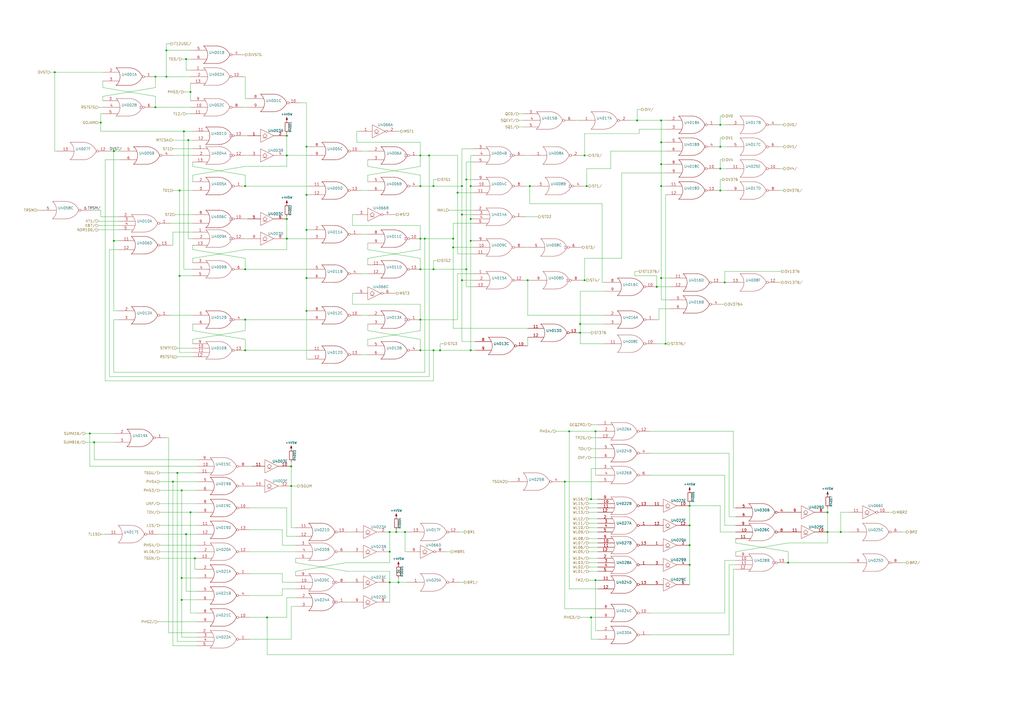
<source format=kicad_sch>
(kicad_sch (version 20211123) (generator eeschema)
  (paper "A2")
  (junction (at 243.84 138.43))
  (junction (at 265.43 111.76))
  (junction (at 243.84 185.42))
  (junction (at 90.17 44.45))
  (junction (at 66.04 87.63))
  (junction (at 113.03 323.85))
  (junction (at 142.24 156.21))
  (junction (at 243.84 203.2))
  (junction (at 480.06 308.61))
  (junction (at 177.8 180.34))
  (junction (at 54.61 256.54))
  (junction (at 336.55 187.96))
  (junction (at 142.24 185.42))
  (junction (at 386.08 199.39))
  (junction (at 243.84 90.17))
  (junction (at 66.04 139.7))
  (junction (at 105.41 347.98))
  (junction (at 231.14 337.82))
  (junction (at 105.41 335.28))
  (junction (at 243.84 156.21))
  (junction (at 90.17 62.23))
  (junction (at 168.91 270.51))
  (junction (at 339.09 90.17))
  (junction (at 487.68 308.61))
  (junction (at 342.9 289.56))
  (junction (at 262.89 138.43))
  (junction (at 273.05 203.2))
  (junction (at 251.46 156.21))
  (junction (at 110.49 53.34))
  (junction (at 102.87 274.32))
  (junction (at 109.22 81.28))
  (junction (at 96.52 44.45))
  (junction (at 369.57 69.85))
  (junction (at 142.24 203.2))
  (junction (at 104.14 160.02))
  (junction (at 229.87 308.61))
  (junction (at 243.84 107.95))
  (junction (at 420.37 163.83))
  (junction (at 457.2 326.39))
  (junction (at 417.83 97.79))
  (junction (at 340.36 107.95))
  (junction (at 383.54 82.55))
  (junction (at 100.33 279.4))
  (junction (at 417.83 110.49))
  (junction (at 267.97 107.95))
  (junction (at 417.83 72.39))
  (junction (at 142.24 107.95))
  (junction (at 307.34 107.95))
  (junction (at 58.42 71.12))
  (junction (at 31.75 41.91))
  (junction (at 52.07 251.46))
  (junction (at 106.68 76.2))
  (junction (at 166.37 90.17))
  (junction (at 270.51 156.21))
  (junction (at 383.54 95.25))
  (junction (at 226.06 308.61))
  (junction (at 345.44 336.55))
  (junction (at 177.8 85.09))
  (junction (at 273.05 139.7))
  (junction (at 273.05 107.95))
  (junction (at 345.44 250.19))
  (junction (at 339.09 162.56))
  (junction (at 226.06 320.04))
  (junction (at 383.54 161.29))
  (junction (at 262.89 143.51))
  (junction (at 251.46 107.95))
  (junction (at 417.83 85.09))
  (junction (at 177.8 113.03))
  (junction (at 273.05 127))
  (junction (at 342.9 358.14))
  (junction (at 330.2 250.19))
  (junction (at 168.91 281.94))
  (junction (at 327.66 279.4))
  (junction (at 255.27 203.2))
  (junction (at 246.38 138.43))
  (junction (at 251.46 203.2))
  (junction (at 154.94 358.14))
  (junction (at 400.05 327.66))
  (junction (at 234.95 308.61))
  (junction (at 383.54 69.85))
  (junction (at 110.49 297.18))
  (junction (at 270.51 104.14))
  (junction (at 166.37 127))
  (junction (at 336.55 193.04))
  (junction (at 105.41 284.48))
  (junction (at 400.05 304.8))
  (junction (at 400.05 316.23))
  (junction (at 104.14 110.49))
  (junction (at 107.95 309.88))
  (junction (at 267.97 124.46))
  (junction (at 166.37 78.74))
  (junction (at 381 166.37))
  (junction (at 177.8 133.35))
  (junction (at 383.54 107.95))
  (junction (at 400.05 293.37))
  (junction (at 166.37 138.43))
  (junction (at 306.07 162.56))
  (junction (at 96.52 29.21))
  (junction (at 177.8 161.29))
  (junction (at 107.95 34.29))
  (junction (at 267.97 162.56))
  (junction (at 248.92 90.17))
  (junction (at 226.06 337.82))
  (junction (at 480.06 297.18))
  (wire (pts (xy 339.09 90.17) (xy 339.09 77.47)))
  (wire (pts (xy 251.46 107.95) (xy 251.46 104.14)))
  (wire (pts (xy 243.84 191.77) (xy 213.36 196.85)))
  (wire (pts (xy 92.71 274.32) (xy 102.87 274.32)))
  (wire (pts (xy 270.51 93.98) (xy 274.32 93.98)))
  (wire (pts (xy 53.34 121.92) (xy 58.42 121.92)))
  (wire (pts (xy 346.71 312.42) (xy 341.63 312.42)))
  (wire (pts (xy 274.32 121.92) (xy 260.35 121.92)))
  (wire (pts (xy 100.33 374.65) (xy 114.3 374.65)))
  (wire (pts (xy 107.95 34.29) (xy 107.95 40.64)))
  (wire (pts (xy 168.91 270.51) (xy 168.91 281.94)))
  (wire (pts (xy 234.95 320.04) (xy 236.22 320.04)))
  (wire (pts (xy 341.63 303.53) (xy 346.71 303.53)))
  (wire (pts (xy 426.72 320.04) (xy 426.72 322.58)))
  (wire (pts (xy 383.54 107.95) (xy 386.08 107.95)))
  (wire (pts (xy 381 166.37) (xy 381 160.02)))
  (wire (pts (xy 177.8 161.29) (xy 179.07 161.29)))
  (wire (pts (xy 425.45 379.73) (xy 425.45 330.2)))
  (wire (pts (xy 205.74 124.46) (xy 204.47 124.46)))
  (wire (pts (xy 422.91 368.3) (xy 422.91 327.66)))
  (wire (pts (xy 105.41 369.57) (xy 114.3 369.57)))
  (wire (pts (xy 370.84 77.47) (xy 370.84 74.93)))
  (wire (pts (xy 58.42 76.2) (xy 106.68 76.2)))
  (wire (pts (xy 99.06 182.88) (xy 111.76 182.88)))
  (wire (pts (xy 336.55 187.96) (xy 336.55 193.04)))
  (wire (pts (xy 336.55 168.91) (xy 336.55 187.96)))
  (wire (pts (xy 96.52 29.21) (xy 96.52 44.45)))
  (wire (pts (xy 417.83 72.39) (xy 421.64 72.39)))
  (wire (pts (xy 111.76 196.85) (xy 111.76 199.39)))
  (wire (pts (xy 171.45 331.47) (xy 171.45 334.01)))
  (wire (pts (xy 142.24 107.95) (xy 142.24 101.6)))
  (wire (pts (xy 386.08 199.39) (xy 386.08 113.03)))
  (wire (pts (xy 243.84 156.21) (xy 243.84 149.86)))
  (wire (pts (xy 340.36 107.95) (xy 340.36 97.79)))
  (wire (pts (xy 63.5 218.44) (xy 63.5 144.78)))
  (wire (pts (xy 417.83 308.61) (xy 426.72 308.61)))
  (wire (pts (xy 177.8 85.09) (xy 177.8 113.03)))
  (wire (pts (xy 416.56 85.09) (xy 417.83 85.09)))
  (wire (pts (xy 166.37 127) (xy 166.37 138.43)))
  (wire (pts (xy 166.37 96.52) (xy 142.24 96.52)))
  (wire (pts (xy 226.06 326.39) (xy 200.66 326.39)))
  (wire (pts (xy 163.83 341.63) (xy 171.45 341.63)))
  (wire (pts (xy 154.94 358.14) (xy 154.94 379.73)))
  (wire (pts (xy 307.34 118.11) (xy 349.25 118.11)))
  (wire (pts (xy 346.71 306.07) (xy 341.63 306.07)))
  (wire (pts (xy 154.94 358.14) (xy 166.37 358.14)))
  (wire (pts (xy 226.06 337.82) (xy 231.14 337.82)))
  (wire (pts (xy 270.51 104.14) (xy 270.51 156.21)))
  (wire (pts (xy 334.01 69.85) (xy 335.28 69.85)))
  (wire (pts (xy 273.05 90.17) (xy 273.05 107.95)))
  (wire (pts (xy 105.41 335.28) (xy 114.3 335.28)))
  (wire (pts (xy 368.3 157.48) (xy 370.84 157.48)))
  (wire (pts (xy 96.52 254) (xy 97.79 254)))
  (wire (pts (xy 327.66 353.06) (xy 346.71 353.06)))
  (wire (pts (xy 457.2 314.96) (xy 426.72 320.04)))
  (wire (pts (xy 417.83 110.49) (xy 421.64 110.49)))
  (wire (pts (xy 345.44 250.19) (xy 346.71 250.19)))
  (wire (pts (xy 342.9 271.78) (xy 346.71 271.78)))
  (wire (pts (xy 106.68 76.2) (xy 106.68 156.21)))
  (wire (pts (xy 492.76 326.39) (xy 457.2 326.39)))
  (wire (pts (xy 336.55 193.04) (xy 336.55 199.39)))
  (wire (pts (xy 204.47 176.53) (xy 204.47 170.18)))
  (wire (pts (xy 101.6 124.46) (xy 111.76 124.46)))
  (wire (pts (xy 267.97 124.46) (xy 267.97 162.56)))
  (wire (pts (xy 100.33 142.24) (xy 99.06 142.24)))
  (wire (pts (xy 105.41 335.28) (xy 105.41 347.98)))
  (wire (pts (xy 420.37 157.48) (xy 453.39 157.48)))
  (wire (pts (xy 226.06 337.82) (xy 226.06 349.25)))
  (wire (pts (xy 142.24 185.42) (xy 142.24 191.77)))
  (wire (pts (xy 422.91 327.66) (xy 426.72 327.66)))
  (wire (pts (xy 246.38 138.43) (xy 246.38 215.9)))
  (wire (pts (xy 341.63 314.96) (xy 346.71 314.96)))
  (wire (pts (xy 110.49 297.18) (xy 110.49 355.6)))
  (wire (pts (xy 381 199.39) (xy 386.08 199.39)))
  (wire (pts (xy 96.52 25.4) (xy 99.06 25.4)))
  (wire (pts (xy 140.97 44.45) (xy 142.24 44.45)))
  (wire (pts (xy 59.69 55.88) (xy 59.69 58.42)))
  (wire (pts (xy 349.25 163.83) (xy 350.52 163.83)))
  (wire (pts (xy 307.34 90.17) (xy 304.8 90.17)))
  (wire (pts (xy 142.24 156.21) (xy 179.07 156.21)))
  (wire (pts (xy 177.8 161.29) (xy 177.8 180.34)))
  (wire (pts (xy 179.07 203.2) (xy 142.24 203.2)))
  (wire (pts (xy 200.66 326.39) (xy 171.45 331.47)))
  (wire (pts (xy 346.71 328.93) (xy 341.63 328.93)))
  (wire (pts (xy 179.07 107.95) (xy 142.24 107.95)))
  (wire (pts (xy 274.32 90.17) (xy 273.05 90.17)))
  (wire (pts (xy 100.33 86.36) (xy 111.76 86.36)))
  (wire (pts (xy 144.78 294.64) (xy 166.37 294.64)))
  (wire (pts (xy 96.52 25.4) (xy 96.52 29.21)))
  (wire (pts (xy 342.9 260.35) (xy 346.71 260.35)))
  (wire (pts (xy 100.33 90.17) (xy 111.76 90.17)))
  (wire (pts (xy 60.96 220.98) (xy 60.96 92.71)))
  (wire (pts (xy 92.71 320.04) (xy 114.3 320.04)))
  (wire (pts (xy 400.05 292.1) (xy 400.05 293.37)))
  (wire (pts (xy 262.89 129.54) (xy 262.89 138.43)))
  (wire (pts (xy 342.9 370.84) (xy 346.71 370.84)))
  (wire (pts (xy 54.61 256.54) (xy 54.61 266.7)))
  (wire (pts (xy 104.14 110.49) (xy 104.14 160.02)))
  (wire (pts (xy 377.19 250.19) (xy 425.45 250.19)))
  (wire (pts (xy 92.71 323.85) (xy 113.03 323.85)))
  (wire (pts (xy 425.45 250.19) (xy 425.45 294.64)))
  (wire (pts (xy 166.37 78.74) (xy 166.37 90.17)))
  (wire (pts (xy 267.97 86.36) (xy 267.97 107.95)))
  (wire (pts (xy 209.55 110.49) (xy 213.36 110.49)))
  (wire (pts (xy 354.33 87.63) (xy 386.08 87.63)))
  (wire (pts (xy 102.87 274.32) (xy 114.3 274.32)))
  (wire (pts (xy 154.94 379.73) (xy 425.45 379.73)))
  (wire (pts (xy 306.07 162.56) (xy 306.07 182.88)))
  (wire (pts (xy 113.03 323.85) (xy 114.3 323.85)))
  (wire (pts (xy 306.07 182.88) (xy 350.52 182.88)))
  (wire (pts (xy 144.78 270.51) (xy 146.05 270.51)))
  (wire (pts (xy 110.49 62.23) (xy 90.17 62.23)))
  (wire (pts (xy 177.8 59.69) (xy 177.8 85.09)))
  (wire (pts (xy 525.78 326.39) (xy 523.24 326.39)))
  (wire (pts (xy 166.37 138.43) (xy 166.37 144.78)))
  (wire (pts (xy 341.63 292.1) (xy 346.71 292.1)))
  (wire (pts (xy 207.01 76.2) (xy 207.01 82.55)))
  (wire (pts (xy 382.27 185.42) (xy 381 185.42)))
  (wire (pts (xy 383.54 95.25) (xy 386.08 95.25)))
  (wire (pts (xy 383.54 95.25) (xy 383.54 107.95)))
  (wire (pts (xy 58.42 125.73) (xy 68.58 125.73)))
  (wire (pts (xy 209.55 87.63) (xy 213.36 87.63)))
  (wire (pts (xy 97.79 367.03) (xy 114.3 367.03)))
  (wire (pts (xy 102.87 274.32) (xy 102.87 372.11)))
  (wire (pts (xy 345.44 275.59) (xy 346.71 275.59)))
  (wire (pts (xy 92.71 292.1) (xy 114.3 292.1)))
  (wire (pts (xy 92.71 279.4) (xy 100.33 279.4)))
  (wire (pts (xy 243.84 185.42) (xy 265.43 185.42)))
  (wire (pts (xy 114.3 342.9) (xy 107.95 342.9)))
  (wire (pts (xy 243.84 203.2) (xy 251.46 203.2)))
  (wire (pts (xy 339.09 107.95) (xy 340.36 107.95)))
  (wire (pts (xy 177.8 180.34) (xy 179.07 180.34)))
  (wire (pts (xy 369.57 63.5) (xy 372.11 63.5)))
  (wire (pts (xy 330.2 250.19) (xy 330.2 341.63)))
  (wire (pts (xy 29.21 41.91) (xy 31.75 41.91)))
  (wire (pts (xy 177.8 180.34) (xy 177.8 208.28)))
  (wire (pts (xy 341.63 308.61) (xy 346.71 308.61)))
  (wire (pts (xy 426.72 314.96) (xy 426.72 312.42)))
  (wire (pts (xy 201.93 308.61) (xy 203.2 308.61)))
  (wire (pts (xy 480.06 308.61) (xy 480.06 314.96)))
  (wire (pts (xy 107.95 34.29) (xy 110.49 34.29)))
  (wire (pts (xy 339.09 162.56) (xy 339.09 149.86)))
  (wire (pts (xy 106.68 53.34) (xy 110.49 53.34)))
  (wire (pts (xy 454.66 72.39) (xy 452.12 72.39)))
  (wire (pts (xy 171.45 326.39) (xy 171.45 323.85)))
  (wire (pts (xy 226.06 308.61) (xy 226.06 320.04)))
  (wire (pts (xy 144.78 358.14) (xy 154.94 358.14)))
  (wire (pts (xy 346.71 323.85) (xy 341.63 323.85)))
  (wire (pts (xy 63.5 87.63) (xy 66.04 87.63)))
  (wire (pts (xy 166.37 311.15) (xy 171.45 311.15)))
  (wire (pts (xy 246.38 215.9) (xy 66.04 215.9)))
  (wire (pts (xy 251.46 203.2) (xy 251.46 220.98)))
  (wire (pts (xy 106.68 156.21) (xy 111.76 156.21)))
  (wire (pts (xy 57.15 62.23) (xy 59.69 62.23)))
  (wire (pts (xy 341.63 289.56) (xy 342.9 289.56)))
  (wire (pts (xy 243.84 176.53) (xy 204.47 176.53)))
  (wire (pts (xy 383.54 161.29) (xy 383.54 173.99)))
  (wire (pts (xy 262.89 190.5) (xy 306.07 190.5)))
  (wire (pts (xy 336.55 358.14) (xy 342.9 358.14)))
  (wire (pts (xy 255.27 199.39) (xy 257.81 199.39)))
  (wire (pts (xy 109.22 81.28) (xy 111.76 81.28)))
  (wire (pts (xy 234.95 308.61) (xy 234.95 320.04)))
  (wire (pts (xy 49.53 251.46) (xy 52.07 251.46)))
  (wire (pts (xy 262.89 138.43) (xy 262.89 143.51)))
  (wire (pts (xy 341.63 300.99) (xy 346.71 300.99)))
  (wire (pts (xy 262.89 143.51) (xy 274.32 143.51)))
  (wire (pts (xy 330.2 250.19) (xy 345.44 250.19)))
  (wire (pts (xy 168.91 281.94) (xy 172.72 281.94)))
  (wire (pts (xy 226.06 320.04) (xy 226.06 326.39)))
  (wire (pts (xy 213.36 144.78) (xy 213.36 140.97)))
  (wire (pts (xy 226.06 331.47) (xy 226.06 337.82)))
  (wire (pts (xy 100.33 279.4) (xy 114.3 279.4)))
  (wire (pts (xy 341.63 331.47) (xy 346.71 331.47)))
  (wire (pts (xy 105.41 34.29) (xy 107.95 34.29)))
  (wire (pts (xy 243.84 185.42) (xy 243.84 191.77)))
  (wire (pts (xy 420.37 355.6) (xy 420.37 325.12)))
  (wire (pts (xy 326.39 279.4) (xy 327.66 279.4)))
  (wire (pts (xy 420.37 304.8) (xy 426.72 304.8)))
  (wire (pts (xy 365.76 69.85) (xy 369.57 69.85)))
  (wire (pts (xy 370.84 74.93) (xy 386.08 74.93)))
  (wire (pts (xy 177.8 85.09) (xy 179.07 85.09)))
  (wire (pts (xy 114.3 316.23) (xy 92.71 316.23)))
  (wire (pts (xy 419.1 67.31) (xy 417.83 67.31)))
  (wire (pts (xy 213.36 96.52) (xy 213.36 92.71)))
  (wire (pts (xy 59.69 50.8) (xy 59.69 46.99)))
  (wire (pts (xy 243.84 107.95) (xy 251.46 107.95)))
  (wire (pts (xy 52.07 251.46) (xy 52.07 270.51)))
  (wire (pts (xy 173.99 59.69) (xy 177.8 59.69)))
  (wire (pts (xy 480.06 294.64) (xy 480.06 297.18)))
  (wire (pts (xy 336.55 168.91) (xy 350.52 168.91)))
  (wire (pts (xy 273.05 139.7) (xy 273.05 203.2)))
  (wire (pts (xy 60.96 92.71) (xy 69.85 92.71)))
  (wire (pts (xy 262.89 143.51) (xy 262.89 190.5)))
  (wire (pts (xy 144.78 345.44) (xy 163.83 345.44)))
  (wire (pts (xy 273.05 127) (xy 273.05 139.7)))
  (wire (pts (xy 383.54 69.85) (xy 383.54 82.55)))
  (wire (pts (xy 377.19 262.89) (xy 422.91 262.89)))
  (wire (pts (xy 377.19 368.3) (xy 422.91 368.3)))
  (wire (pts (xy 452.12 97.79) (xy 454.66 97.79)))
  (wire (pts (xy 454.66 85.09) (xy 452.12 85.09)))
  (wire (pts (xy 400.05 304.8) (xy 400.05 316.23)))
  (wire (pts (xy 342.9 265.43) (xy 346.71 265.43)))
  (wire (pts (xy 213.36 149.86) (xy 213.36 153.67)))
  (wire (pts (xy 163.83 316.23) (xy 171.45 316.23)))
  (wire (pts (xy 336.55 199.39) (xy 350.52 199.39)))
  (wire (pts (xy 487.68 308.61) (xy 492.76 308.61)))
  (wire (pts (xy 251.46 156.21) (xy 243.84 156.21)))
  (wire (pts (xy 49.53 256.54) (xy 54.61 256.54)))
  (wire (pts (xy 383.54 82.55) (xy 386.08 82.55)))
  (wire (pts (xy 419.1 104.14) (xy 417.83 104.14)))
  (wire (pts (xy 266.7 337.82) (xy 269.24 337.82)))
  (wire (pts (xy 142.24 149.86) (xy 111.76 144.78)))
  (wire (pts (xy 166.37 346.71) (xy 171.45 346.71)))
  (wire (pts (xy 166.37 125.73) (xy 166.37 127)))
  (wire (pts (xy 102.87 372.11) (xy 114.3 372.11)))
  (wire (pts (xy 104.14 204.47) (xy 111.76 204.47)))
  (wire (pts (xy 273.05 107.95) (xy 273.05 127)))
  (wire (pts (xy 100.33 110.49) (xy 104.14 110.49)))
  (wire (pts (xy 179.07 185.42) (xy 142.24 185.42)))
  (wire (pts (xy 342.9 289.56) (xy 346.71 289.56)))
  (wire (pts (xy 480.06 314.96) (xy 457.2 314.96)))
  (wire (pts (xy 383.54 173.99) (xy 388.62 173.99)))
  (wire (pts (xy 339.09 77.47) (xy 370.84 77.47)))
  (wire (pts (xy 417.83 97.79) (xy 421.64 97.79)))
  (wire (pts (xy 273.05 139.7) (xy 274.32 139.7)))
  (wire (pts (xy 243.84 90.17) (xy 248.92 90.17)))
  (wire (pts (xy 425.45 294.64) (xy 426.72 294.64)))
  (wire (pts (xy 416.56 110.49) (xy 417.83 110.49)))
  (wire (pts (xy 251.46 203.2) (xy 255.27 203.2)))
  (wire (pts (xy 400.05 327.66) (xy 400.05 339.09)))
  (wire (pts (xy 270.51 104.14) (xy 274.32 104.14)))
  (wire (pts (xy 166.37 144.78) (xy 142.24 144.78)))
  (wire (pts (xy 480.06 308.61) (xy 487.68 308.61)))
  (wire (pts (xy 341.63 294.64) (xy 346.71 294.64)))
  (wire (pts (xy 300.99 66.04) (xy 303.53 66.04)))
  (wire (pts (xy 452.12 110.49) (xy 454.66 110.49)))
  (wire (pts (xy 109.22 138.43) (xy 111.76 138.43)))
  (wire (pts (xy 336.55 193.04) (xy 342.9 193.04)))
  (wire (pts (xy 307.34 107.95) (xy 307.34 118.11)))
  (wire (pts (xy 113.03 330.2) (xy 114.3 330.2)))
  (wire (pts (xy 92.71 297.18) (xy 110.49 297.18)))
  (wire (pts (xy 107.95 309.88) (xy 114.3 309.88)))
  (wire (pts (xy 400.05 316.23) (xy 400.05 327.66)))
  (wire (pts (xy 525.78 308.61) (xy 523.24 308.61)))
  (wire (pts (xy 31.75 41.91) (xy 59.69 41.91)))
  (wire (pts (xy 57.15 71.12) (xy 58.42 71.12)))
  (wire (pts (xy 226.06 331.47) (xy 201.93 331.47)))
  (wire (pts (xy 265.43 111.76) (xy 265.43 147.32)))
  (wire (pts (xy 58.42 71.12) (xy 58.42 76.2)))
  (wire (pts (xy 381 166.37) (xy 388.62 166.37)))
  (wire (pts (xy 452.12 163.83) (xy 453.39 163.83)))
  (wire (pts (xy 204.47 124.46) (xy 204.47 130.81)))
  (wire (pts (xy 417.83 67.31) (xy 417.83 72.39)))
  (wire (pts (xy 243.84 144.78) (xy 213.36 149.86)))
  (wire (pts (xy 300.99 73.66) (xy 303.53 73.66)))
  (wire (pts (xy 243.84 138.43) (xy 246.38 138.43)))
  (wire (pts (xy 90.17 62.23) (xy 90.17 55.88)))
  (wire (pts (xy 386.08 199.39) (xy 387.35 199.39)))
  (wire (pts (xy 246.38 138.43) (xy 262.89 138.43)))
  (wire (pts (xy 342.9 358.14) (xy 342.9 370.84)))
  (wire (pts (xy 58.42 66.04) (xy 59.69 66.04)))
  (wire (pts (xy 100.33 81.28) (xy 109.22 81.28)))
  (wire (pts (xy 400.05 293.37) (xy 400.05 304.8)))
  (wire (pts (xy 179.07 113.03) (xy 177.8 113.03)))
  (wire (pts (xy 369.57 69.85) (xy 383.54 69.85)))
  (wire (pts (xy 248.92 90.17) (xy 265.43 90.17)))
  (wire (pts (xy 417.83 293.37) (xy 417.83 308.61)))
  (wire (pts (xy 168.91 281.94) (xy 168.91 306.07)))
  (wire (pts (xy 144.78 332.74) (xy 163.83 332.74)))
  (wire (pts (xy 57.15 133.35) (xy 68.58 133.35)))
  (wire (pts (xy 417.83 80.01) (xy 417.83 85.09)))
  (wire (pts (xy 307.34 107.95) (xy 308.61 107.95)))
  (wire (pts (xy 140.97 62.23) (xy 143.51 62.23)))
  (wire (pts (xy 144.78 320.04) (xy 171.45 320.04)))
  (wire (pts (xy 383.54 82.55) (xy 383.54 95.25)))
  (wire (pts (xy 142.24 90.17) (xy 143.51 90.17)))
  (wire (pts (xy 104.14 110.49) (xy 111.76 110.49)))
  (wire (pts (xy 107.95 66.04) (xy 110.49 66.04)))
  (wire (pts (xy 140.97 31.75) (xy 142.24 31.75)))
  (wire (pts (xy 179.07 133.35) (xy 177.8 133.35)))
  (wire (pts (xy 201.93 349.25) (xy 203.2 349.25)))
  (wire (pts (xy 142.24 144.78) (xy 111.76 149.86)))
  (wire (pts (xy 243.84 90.17) (xy 243.84 96.52)))
  (wire (pts (xy 110.49 355.6) (xy 114.3 355.6)))
  (wire (pts (xy 106.68 76.2) (xy 111.76 76.2)))
  (wire (pts (xy 142.24 78.74) (xy 143.51 78.74)))
  (wire (pts (xy 142.24 57.15) (xy 143.51 57.15)))
  (wire (pts (xy 201.93 331.47) (xy 171.45 326.39)))
  (wire (pts (xy 54.61 266.7) (xy 114.3 266.7)))
  (wire (pts (xy 91.44 309.88) (xy 107.95 309.88)))
  (wire (pts (xy 229.87 308.61) (xy 234.95 308.61)))
  (wire (pts (xy 345.44 336.55) (xy 346.71 336.55)))
  (wire (pts (xy 113.03 323.85) (xy 113.03 330.2)))
  (wire (pts (xy 243.84 96.52) (xy 213.36 101.6)))
  (wire (pts (xy 208.28 76.2) (xy 207.01 76.2)))
  (wire (pts (xy 203.2 320.04) (xy 201.93 320.04)))
  (wire (pts (xy 209.55 205.74) (xy 213.36 205.74)))
  (wire (pts (xy 480.06 297.18) (xy 480.06 308.61)))
  (wire (pts (xy 417.83 92.71) (xy 417.83 97.79)))
  (wire (pts (xy 163.83 332.74) (xy 163.83 337.82)))
  (wire (pts (xy 336.55 143.51) (xy 337.82 143.51)))
  (wire (pts (xy 248.92 218.44) (xy 63.5 218.44)))
  (wire (pts (xy 420.37 325.12) (xy 426.72 325.12)))
  (wire (pts (xy 142.24 44.45) (xy 142.24 57.15)))
  (wire (pts (xy 226.06 308.61) (xy 229.87 308.61)))
  (wire (pts (xy 255.27 203.2) (xy 273.05 203.2)))
  (wire (pts (xy 243.84 196.85) (xy 213.36 191.77)))
  (wire (pts (xy 104.14 160.02) (xy 104.14 204.47)))
  (wire (pts (xy 66.04 180.34) (xy 68.58 180.34)))
  (wire (pts (xy 337.82 90.17) (xy 339.09 90.17)))
  (wire (pts (xy 234.95 308.61) (xy 236.22 308.61)))
  (wire (pts (xy 304.8 107.95) (xy 307.34 107.95)))
  (wire (pts (xy 327.66 279.4) (xy 346.71 279.4)))
  (wire (pts (xy 111.76 207.01) (xy 102.87 207.01)))
  (wire (pts (xy 142.24 191.77) (xy 111.76 196.85)))
  (wire (pts (xy 90.17 44.45) (xy 90.17 50.8)))
  (wire (pts (xy 142.24 196.85) (xy 111.76 191.77)))
  (wire (pts (xy 267.97 107.95) (xy 267.97 124.46)))
  (wire (pts (xy 100.33 279.4) (xy 100.33 374.65)))
  (wire (pts (xy 168.91 306.07) (xy 171.45 306.07)))
  (wire (pts (xy 382.27 179.07) (xy 382.27 185.42)))
  (wire (pts (xy 243.84 130.81) (xy 243.84 138.43)))
  (wire (pts (xy 377.19 355.6) (xy 420.37 355.6)))
  (wire (pts (xy 90.17 50.8) (xy 59.69 55.88)))
  (wire (pts (xy 304.8 143.51) (xy 306.07 143.51)))
  (wire (pts (xy 274.32 129.54) (xy 262.89 129.54)))
  (wire (pts (xy 419.1 80.01) (xy 417.83 80.01)))
  (wire (pts (xy 251.46 107.95) (xy 267.97 107.95)))
  (wire (pts (xy 52.07 270.51) (xy 114.3 270.51)))
  (wire (pts (xy 66.04 185.42) (xy 68.58 185.42)))
  (wire (pts (xy 111.76 149.86) (xy 111.76 152.4)))
  (wire (pts (xy 163.83 337.82) (xy 171.45 337.82)))
  (wire (pts (xy 306.07 162.56) (xy 307.34 162.56)))
  (wire (pts (xy 213.36 196.85) (xy 213.36 200.66)))
  (wire (pts (xy 231.14 335.28) (xy 231.14 337.82)))
  (wire (pts (xy 104.14 160.02) (xy 111.76 160.02)))
  (wire (pts (xy 425.45 330.2) (xy 426.72 330.2)))
  (wire (pts (xy 166.37 294.64) (xy 166.37 311.15)))
  (wire (pts (xy 270.51 156.21) (xy 251.46 156.21)))
  (wire (pts (xy 96.52 44.45) (xy 110.49 44.45)))
  (wire (pts (xy 383.54 107.95) (xy 383.54 161.29)))
  (wire (pts (xy 96.52 29.21) (xy 110.49 29.21)))
  (wire (pts (xy 251.46 104.14) (xy 254 104.14)))
  (wire (pts (xy 66.04 215.9) (xy 66.04 185.42)))
  (wire (pts (xy 383.54 69.85) (xy 386.08 69.85)))
  (wire (pts (xy 21.59 121.92) (xy 22.86 121.92)))
  (wire (pts (xy 201.93 337.82) (xy 203.2 337.82)))
  (wire (pts (xy 269.24 308.61) (xy 266.7 308.61)))
  (wire (pts (xy 111.76 96.52) (xy 111.76 93.98)))
  (wire (pts (xy 419.1 163.83) (xy 420.37 163.83)))
  (wire (pts (xy 341.63 320.04) (xy 346.71 320.04)))
  (wire (pts (xy 382.27 179.07) (xy 388.62 179.07)))
  (wire (pts (xy 270.51 93.98) (xy 270.51 104.14)))
  (wire (pts (xy 111.76 144.78) (xy 111.76 142.24)))
  (wire (pts (xy 304.8 162.56) (xy 306.07 162.56)))
  (wire (pts (xy 105.41 284.48) (xy 105.41 335.28)))
  (wire (pts (xy 518.16 297.18) (xy 515.62 297.18)))
  (wire (pts (xy 229.87 124.46) (xy 228.6 124.46)))
  (wire (pts (xy 416.56 97.79) (xy 417.83 97.79)))
  (wire (pts (xy 243.84 138.43) (xy 243.84 144.78)))
  (wire (pts (xy 346.71 317.5) (xy 341.63 317.5)))
  (wire (pts (xy 107.95 342.9) (xy 107.95 309.88)))
  (wire (pts (xy 274.32 127) (xy 273.05 127)))
  (wire (pts (xy 168.91 370.84) (xy 168.91 351.79)))
  (wire (pts (xy 255.27 199.39) (xy 255.27 203.2)))
  (wire (pts (xy 168.91 351.79) (xy 171.45 351.79)))
  (wire (pts (xy 92.71 284.48) (xy 105.41 284.48)))
  (wire (pts (xy 381 160.02) (xy 368.3 160.02)))
  (wire (pts (xy 487.68 297.18) (xy 487.68 308.61)))
  (wire (pts (xy 66.04 139.7) (xy 68.58 139.7)))
  (wire (pts (xy 144.78 307.34) (xy 163.83 307.34)))
  (wire (pts (xy 142.24 127) (xy 143.51 127)))
  (wire (pts (xy 142.24 156.21) (xy 142.24 149.86)))
  (wire (pts (xy 91.44 360.68) (xy 114.3 360.68)))
  (wire (pts (xy 306.07 195.58) (xy 306.07 200.66)))
  (wire (pts (xy 339.09 90.17) (xy 341.63 90.17)))
  (wire (pts (xy 422.91 262.89) (xy 422.91 299.72)))
  (wire (pts (xy 336.55 187.96) (xy 350.52 187.96)))
  (wire (pts (xy 487.68 297.18) (xy 492.76 297.18)))
  (wire (pts (xy 267.97 162.56) (xy 274.32 162.56)))
  (wire (pts (xy 166.37 90.17) (xy 179.07 90.17)))
  (wire (pts (xy 339.09 149.86) (xy 360.68 149.86)))
  (wire (pts (xy 248.92 90.17) (xy 248.92 218.44)))
  (wire (pts (xy 251.46 151.13) (xy 254 151.13)))
  (wire (pts (xy 63.5 144.78) (xy 68.58 144.78)))
  (wire (pts (xy 243.84 149.86) (xy 213.36 144.78)))
  (wire (pts (xy 102.87 201.93) (xy 111.76 201.93)))
  (wire (pts (xy 304.8 125.73) (xy 312.42 125.73)))
  (wire (pts (xy 68.58 130.81) (xy 57.15 130.81)))
  (wire (pts (xy 100.33 134.62) (xy 111.76 134.62)))
  (wire (pts (xy 341.63 336.55) (xy 345.44 336.55)))
  (wire (pts (xy 265.43 185.42) (xy 265.43 158.75)))
  (wire (pts (xy 209.55 182.88) (xy 213.36 182.88)))
  (wire (pts (xy 209.55 135.89) (xy 213.36 135.89)))
  (wire (pts (xy 105.41 284.48) (xy 114.3 284.48)))
  (wire (pts (xy 243.84 82.55) (xy 243.84 90.17)))
  (wire (pts (xy 54.61 256.54) (xy 66.04 256.54)))
  (wire (pts (xy 213.36 101.6) (xy 213.36 105.41)))
  (wire (pts (xy 66.04 87.63) (xy 69.85 87.63)))
  (wire (pts (xy 400.05 293.37) (xy 417.83 293.37)))
  (wire (pts (xy 90.17 55.88) (xy 59.69 50.8)))
  (wire (pts (xy 105.41 347.98) (xy 114.3 347.98)))
  (wire (pts (xy 204.47 130.81) (xy 243.84 130.81)))
  (wire (pts (xy 383.54 161.29) (xy 388.62 161.29)))
  (wire (pts (xy 213.36 191.77) (xy 213.36 187.96)))
  (wire (pts (xy 142.24 203.2) (xy 142.24 196.85)))
  (wire (pts (xy 419.1 176.53) (xy 420.37 176.53)))
  (wire (pts (xy 229.87 307.34) (xy 229.87 308.61)))
  (wire (pts (xy 97.79 254) (xy 97.79 367.03)))
  (wire (pts (xy 265.43 158.75) (xy 274.32 158.75)))
  (wire (pts (xy 58.42 121.92) (xy 58.42 125.73)))
  (wire (pts (xy 52.07 251.46) (xy 66.04 251.46)))
  (wire (pts (xy 322.58 250.19) (xy 330.2 250.19)))
  (wire (pts (xy 179.07 138.43) (xy 166.37 138.43)))
  (wire (pts (xy 243.84 176.53) (xy 243.84 185.42)))
  (wire (pts (xy 273.05 203.2) (xy 275.59 203.2)))
  (wire (pts (xy 105.41 347.98) (xy 105.41 369.57)))
  (wire (pts (xy 457.2 326.39) (xy 457.2 320.04)))
  (wire (pts (xy 110.49 53.34) (xy 110.49 58.42)))
  (wire (pts (xy 345.44 250.19) (xy 345.44 275.59)))
  (wire (pts (xy 340.36 107.95) (xy 341.63 107.95)))
  (wire (pts (xy 243.84 203.2) (xy 243.84 196.85)))
  (wire (pts (xy 295.91 279.4) (xy 294.64 279.4)))
  (wire (pts (xy 251.46 220.98) (xy 60.96 220.98)))
  (wire (pts (xy 420.37 163.83) (xy 420.37 157.48)))
  (wire (pts (xy 146.05 281.94) (xy 144.78 281.94)))
  (wire (pts (xy 265.43 147.32) (xy 274.32 147.32)))
  (wire (pts (xy 265.43 90.17) (xy 265.43 111.76)))
  (wire (pts (xy 107.95 40.64) (xy 110.49 40.64)))
  (wire (pts (xy 57.15 128.27) (xy 68.58 128.27)))
  (wire (pts (xy 417.83 85.09) (xy 421.64 85.09)))
  (wire (pts (xy 231.14 337.82) (xy 236.22 337.82)))
  (wire (pts (xy 422.91 299.72) (xy 426.72 299.72)))
  (wire (pts (xy 163.83 345.44) (xy 163.83 341.63)))
  (wire (pts (xy 111.76 101.6) (xy 111.76 105.41)))
  (wire (pts (xy 360.68 149.86) (xy 360.68 100.33)))
  (wire (pts (xy 92.71 304.8) (xy 114.3 304.8)))
  (wire (pts (xy 100.33 134.62) (xy 100.33 142.24)))
  (wire (pts (xy 345.44 365.76) (xy 346.71 365.76)))
  (wire (pts (xy 369.57 69.85) (xy 369.57 63.5)))
  (wire (pts (xy 342.9 246.38) (xy 346.71 246.38)))
  (wire (pts (xy 177.8 113.03) (xy 177.8 133.35)))
  (wire (pts (xy 168.91 267.97) (xy 168.91 270.51)))
  (wire (pts (xy 330.2 341.63) (xy 346.71 341.63)))
  (wire (pts (xy 416.56 72.39) (xy 417.83 72.39)))
  (wire (pts (xy 340.36 97.79) (xy 354.33 97.79)))
  (wire (pts (xy 457.2 320.04) (xy 426.72 314.96)))
  (wire (pts (xy 274.32 107.95) (xy 273.05 107.95)))
  (wire (pts (xy 142.24 138.43) (xy 143.51 138.43)))
  (wire (pts (xy 420.37 163.83) (xy 421.64 163.83)))
  (wire (pts (xy 339.09 162.56) (xy 340.36 162.56)))
  (wire (pts (xy 342.9 254) (xy 346.71 254)))
  (wire (pts (xy 99.06 129.54) (xy 111.76 129.54)))
  (wire (pts (xy 204.47 170.18) (xy 205.74 170.18)))
  (wire (pts (xy 349.25 118.11) (xy 349.25 163.83)))
  (wire (pts (xy 232.41 76.2) (xy 231.14 76.2)))
  (wire (pts (xy 337.82 162.56) (xy 339.09 162.56)))
  (wire (pts (xy 110.49 297.18) (xy 114.3 297.18)))
  (wire (pts (xy 166.37 358.14) (xy 166.37 346.71)))
  (wire (pts (xy 144.78 370.84) (xy 168.91 370.84)))
  (wire (pts (xy 267.97 198.12) (xy 275.59 198.12)))
  (wire (pts (xy 142.24 101.6) (xy 111.76 96.52)))
  (wire (pts (xy 345.44 336.55) (xy 345.44 365.76)))
  (wire (pts (xy 243.84 107.95) (xy 243.84 101.6)))
  (wire (pts (xy 166.37 90.17) (xy 166.37 96.52)))
  (wire (pts (xy 377.19 275.59) (xy 420.37 275.59)))
  (wire (pts (xy 417.83 104.14) (xy 417.83 110.49)))
  (wire (pts (xy 177.8 208.28) (xy 179.07 208.28)))
  (wire (pts (xy 251.46 156.21) (xy 251.46 151.13)))
  (wire (pts (xy 228.6 170.18) (xy 229.87 170.18)))
  (wire (pts (xy 265.43 111.76) (xy 274.32 111.76)))
  (wire (pts (xy 243.84 101.6) (xy 213.36 96.52)))
  (wire (pts (xy 66.04 87.63) (xy 66.04 139.7)))
  (wire (pts (xy 109.22 81.28) (xy 109.22 138.43)))
  (wire (pts (xy 31.75 87.63) (xy 31.75 41.91)))
  (wire (pts (xy 267.97 162.56) (xy 267.97 198.12)))
  (wire (pts (xy 110.49 48.26) (xy 110.49 53.34)))
  (wire (pts (xy 142.24 96.52) (xy 111.76 101.6)))
  (wire (pts (xy 66.04 139.7) (xy 66.04 180.34)))
  (wire (pts (xy 342.9 289.56) (xy 342.9 271.78)))
  (wire (pts (xy 300.99 69.85) (xy 303.53 69.85)))
  (wire (pts (xy 420.37 275.59) (xy 420.37 304.8)))
  (wire (pts (xy 60.96 309.88) (xy 58.42 309.88)))
  (wire (pts (xy 342.9 358.14) (xy 346.71 358.14)))
  (wire (pts (xy 354.33 97.79) (xy 354.33 87.63)))
  (wire (pts (xy 33.02 87.63) (xy 31.75 87.63)))
  (wire (pts (xy 368.3 160.02) (xy 368.3 157.48)))
  (wire (pts (xy 267.97 124.46) (xy 274.32 124.46)))
  (wire (pts (xy 90.17 44.45) (xy 96.52 44.45)))
  (wire (pts (xy 259.08 320.04) (xy 261.62 320.04)))
  (wire (pts (xy 209.55 158.75) (xy 213.36 158.75)))
  (wire (pts (xy 270.51 156.21) (xy 270.51 166.37)))
  (wire (pts (xy 166.37 77.47) (xy 166.37 78.74)))
  (wire (pts (xy 111.76 191.77) (xy 111.76 187.96)))
  (wire (pts (xy 163.83 307.34) (xy 163.83 316.23)))
  (wire (pts (xy 360.68 100.33) (xy 386.08 100.33)))
  (wire (pts (xy 177.8 133.35) (xy 177.8 161.29)))
  (wire (pts (xy 419.1 92.71) (xy 417.83 92.71)))
  (wire (pts (xy 327.66 279.4) (xy 327.66 353.06)))
  (wire (pts (xy 58.42 66.04) (xy 58.42 71.12)))
  (wire (pts (xy 267.97 86.36) (xy 274.32 86.36)))
  (wire (pts (xy 270.51 166.37) (xy 274.32 166.37)))
  (wire (pts (xy 207.01 82.55) (xy 243.84 82.55)))
  (wire (pts (xy 341.63 297.18) (xy 346.71 297.18)))
  (wire (pts (xy 341.63 326.39) (xy 346.71 326.39)))
  (label "DVST/" (at 63.5 87.63 0) (effects (font (size 1.524 1.524))))
  (label "TRSM/" (at 58.42 121.92 180) (effects (font (size 1.524 1.524))))
  (hierarchical_label "TL15" (shape input) (at 58.42 309.88 180) (effects (font (size 1.524 1.524))))
  (hierarchical_label "WL08/" (shape input) (at 341.63 312.42 180) (effects (font (size 1.524 1.524))))
  (hierarchical_label "WL16/" (shape input) (at 92.71 320.04 180) (effects (font (size 1.524 1.524))))
  (hierarchical_label "PHS4" (shape input) (at 92.71 279.4 180) (effects (font (size 1.524 1.524))))
  (hierarchical_label "WL04/" (shape input) (at 341.63 323.85 180) (effects (font (size 1.524 1.524))))
  (hierarchical_label "DV1" (shape output) (at 419.1 80.01 0) (effects (font (size 1.524 1.524))))
  (hierarchical_label "PHS3/" (shape input) (at 336.55 358.14 180) (effects (font (size 1.524 1.524))))
  (hierarchical_label "GEQZRO/" (shape input) (at 342.9 246.38 180) (effects (font (size 1.524 1.524))))
  (hierarchical_label "ST2" (shape input) (at 101.6 124.46 180) (effects (font (size 1.524 1.524))))
  (hierarchical_label "T03/" (shape input) (at 105.41 34.29 180) (effects (font (size 1.524 1.524))))
  (hierarchical_label "SQ1/" (shape input) (at 300.99 73.66 180) (effects (font (size 1.524 1.524))))
  (hierarchical_label "T12/" (shape input) (at 107.95 66.04 180) (effects (font (size 1.524 1.524))))
  (hierarchical_label "STG1" (shape output) (at 254 104.14 0) (effects (font (size 1.524 1.524))))
  (hierarchical_label "T12USE/" (shape output) (at 99.06 25.4 0) (effects (font (size 1.524 1.524))))
  (hierarchical_label "UNF/" (shape input) (at 92.71 292.1 180) (effects (font (size 1.524 1.524))))
  (hierarchical_label "SQEXT/" (shape input) (at 300.99 69.85 180) (effects (font (size 1.524 1.524))))
  (hierarchical_label "SGUM" (shape output) (at 172.72 281.94 0) (effects (font (size 1.524 1.524))))
  (hierarchical_label "WL05/" (shape input) (at 341.63 320.04 180) (effects (font (size 1.524 1.524))))
  (hierarchical_label "MTCSAI" (shape input) (at 100.33 81.28 180) (effects (font (size 1.524 1.524))))
  (hierarchical_label "DVST" (shape input) (at 29.21 41.91 180) (effects (font (size 1.524 1.524))))
  (hierarchical_label "DV376/" (shape output) (at 454.66 110.49 0) (effects (font (size 1.524 1.524))))
  (hierarchical_label "MBR2" (shape output) (at 518.16 297.18 0) (effects (font (size 1.524 1.524))))
  (hierarchical_label "DV1376/" (shape output) (at 453.39 163.83 0) (effects (font (size 1.524 1.524))))
  (hierarchical_label "DV4" (shape output) (at 419.1 92.71 0) (effects (font (size 1.524 1.524))))
  (hierarchical_label "RSTSTG" (shape input) (at 57.15 62.23 180) (effects (font (size 1.524 1.524))))
  (hierarchical_label "ST4/" (shape output) (at 340.36 162.56 0) (effects (font (size 1.524 1.524))))
  (hierarchical_label "WL09/" (shape input) (at 341.63 308.61 180) (effects (font (size 1.524 1.524))))
  (hierarchical_label "NDR100/" (shape input) (at 57.15 133.35 180) (effects (font (size 1.524 1.524))))
  (hierarchical_label "TOV/" (shape input) (at 342.9 260.35 180) (effects (font (size 1.524 1.524))))
  (hierarchical_label "WL07/" (shape input) (at 341.63 314.96 180) (effects (font (size 1.524 1.524))))
  (hierarchical_label "ST376/" (shape output) (at 387.35 199.39 0) (effects (font (size 1.524 1.524))))
  (hierarchical_label "STG3" (shape output) (at 257.81 199.39 0) (effects (font (size 1.524 1.524))))
  (hierarchical_label "MBR1" (shape output) (at 261.62 320.04 0) (effects (font (size 1.524 1.524))))
  (hierarchical_label "DV376" (shape output) (at 419.1 104.14 0) (effects (font (size 1.524 1.524))))
  (hierarchical_label "ST1" (shape input) (at 100.33 86.36 180) (effects (font (size 1.524 1.524))))
  (hierarchical_label "STRTFC" (shape input) (at 102.87 201.93 180) (effects (font (size 1.524 1.524))))
  (hierarchical_label "DV0" (shape output) (at 419.1 67.31 0) (effects (font (size 1.524 1.524))))
  (hierarchical_label "XB7/" (shape input) (at 57.15 130.81 180) (effects (font (size 1.524 1.524))))
  (hierarchical_label "TRSM" (shape input) (at 21.59 121.92 180) (effects (font (size 1.524 1.524))))
  (hierarchical_label "MST3" (shape output) (at 229.87 170.18 0) (effects (font (size 1.524 1.524))))
  (hierarchical_label "BR1" (shape output) (at 269.24 308.61 0) (effects (font (size 1.524 1.524))))
  (hierarchical_label "TSGN2" (shape input) (at 294.64 279.4 180) (effects (font (size 1.524 1.524))))
  (hierarchical_label "QC0/" (shape input) (at 300.99 66.04 180) (effects (font (size 1.524 1.524))))
  (hierarchical_label "STD2" (shape output) (at 312.42 125.73 0) (effects (font (size 1.524 1.524))))
  (hierarchical_label "TMZ/" (shape input) (at 341.63 336.55 180) (effects (font (size 1.524 1.524))))
  (hierarchical_label "DIV/" (shape output) (at 372.11 63.5 0) (effects (font (size 1.524 1.524))))
  (hierarchical_label "PHS4/" (shape input) (at 322.58 250.19 180) (effects (font (size 1.524 1.524))))
  (hierarchical_label "WL10/" (shape input) (at 341.63 306.07 180) (effects (font (size 1.524 1.524))))
  (hierarchical_label "WL15/" (shape input) (at 341.63 292.1 180) (effects (font (size 1.524 1.524))))
  (hierarchical_label "DV4/" (shape output) (at 454.66 97.79 0) (effects (font (size 1.524 1.524))))
  (hierarchical_label "DV3764" (shape output) (at 420.37 176.53 0) (effects (font (size 1.524 1.524))))
  (hierarchical_label "BR2" (shape output) (at 525.78 308.61 0) (effects (font (size 1.524 1.524))))
  (hierarchical_label "PHS3/" (shape input) (at 92.71 284.48 180) (effects (font (size 1.524 1.524))))
  (hierarchical_label "WL12/" (shape input) (at 341.63 300.99 180) (effects (font (size 1.524 1.524))))
  (hierarchical_label "DV1376" (shape output) (at 453.39 157.48 0) (effects (font (size 1.524 1.524))))
  (hierarchical_label "GOJAM" (shape input) (at 57.15 71.12 180) (effects (font (size 1.524 1.524))))
  (hierarchical_label "WL06/" (shape input) (at 341.63 317.5 180) (effects (font (size 1.524 1.524))))
  (hierarchical_label "TPZG/" (shape input) (at 342.9 254 180) (effects (font (size 1.524 1.524))))
  (hierarchical_label "MST1" (shape output) (at 232.41 76.2 0) (effects (font (size 1.524 1.524))))
  (hierarchical_label "TOV/" (shape input) (at 92.71 297.18 180) (effects (font (size 1.524 1.524))))
  (hierarchical_label "T01" (shape input) (at 100.33 110.49 180) (effects (font (size 1.524 1.524))))
  (hierarchical_label "MST2" (shape output) (at 229.87 124.46 0) (effects (font (size 1.524 1.524))))
  (hierarchical_label "DV1/" (shape output) (at 454.66 85.09 0) (effects (font (size 1.524 1.524))))
  (hierarchical_label "PHS4/" (shape input) (at 92.71 316.23 180) (effects (font (size 1.524 1.524))))
  (hierarchical_label "PHS3/" (shape input) (at 106.68 53.34 180) (effects (font (size 1.524 1.524))))
  (hierarchical_label "L15/" (shape input) (at 92.71 304.8 180) (effects (font (size 1.524 1.524))))
  (hierarchical_label "TSGU/" (shape input) (at 92.71 274.32 180) (effects (font (size 1.524 1.524))))
  (hierarchical_label "ST0/" (shape output) (at 341.63 90.17 0) (effects (font (size 1.524 1.524))))
  (hierarchical_label "WL03/" (shape input) (at 341.63 326.39 180) (effects (font (size 1.524 1.524))))
  (hierarchical_label "WL01/" (shape input) (at 341.63 331.47 180) (effects (font (size 1.524 1.524))))
  (hierarchical_label "SUMA16/" (shape input) (at 49.53 251.46 180) (effects (font (size 1.524 1.524))))
  (hierarchical_label "PHS2/" (shape input) (at 91.44 360.68 180) (effects (font (size 1.524 1.524))))
  (hierarchical_label "DV0/" (shape output) (at 454.66 72.39 0) (effects (font (size 1.524 1.524))))
  (hierarchical_label "ST1/" (shape output) (at 341.63 107.95 0) (effects (font (size 1.524 1.524))))
  (hierarchical_label "WL13/" (shape input) (at 341.63 297.18 180) (effects (font (size 1.524 1.524))))
  (hierarchical_label "ST1376/" (shape output) (at 370.84 157.48 0) (effects (font (size 1.524 1.524))))
  (hierarchical_label "STG2" (shape output) (at 254 151.13 0) (effects (font (size 1.524 1.524))))
  (hierarchical_label "WL11/" (shape input) (at 341.63 303.53 180) (effects (font (size 1.524 1.524))))
  (hierarchical_label "WL16/" (shape input) (at 341.63 289.56 180) (effects (font (size 1.524 1.524))))
  (hierarchical_label "INKL" (shape input) (at 260.35 121.92 180) (effects (font (size 1.524 1.524))))
  (hierarchical_label "BR2/" (shape output) (at 525.78 326.39 0) (effects (font (size 1.524 1.524))))
  (hierarchical_label "WL02/" (shape input) (at 341.63 328.93 180) (effects (font (size 1.524 1.524))))
  (hierarchical_label "XT1/" (shape input) (at 57.15 128.27 180) (effects (font (size 1.524 1.524))))
  (hierarchical_label "BR1/" (shape output) (at 269.24 337.82 0) (effects (font (size 1.524 1.524))))
  (hierarchical_label "RSTSTG" (shape input) (at 102.87 207.01 180) (effects (font (size 1.524 1.524))))
  (hierarchical_label "TSGN/" (shape input) (at 92.71 323.85 180) (effects (font (size 1.524 1.524))))
  (hierarchical_label "SUMB16/" (shape input) (at 49.53 256.54 180) (effects (font (size 1.524 1.524))))
  (hierarchical_label "ST376" (shape output) (at 342.9 193.04 0) (effects (font (size 1.524 1.524))))
  (hierarchical_label "OVF/" (shape input) (at 342.9 265.43 180) (effects (font (size 1.524 1.524))))
  (hierarchical_label "DIVSTG" (shape output) (at 142.24 31.75 0) (effects (font (size 1.524 1.524))))
  (hierarchical_label "ST3/" (shape output) (at 337.82 143.51 0) (effects (font (size 1.524 1.524))))
  (hierarchical_label "WL14/" (shape input) (at 341.63 294.64 180) (effects (font (size 1.524 1.524))))
  (symbol (lib_id "agc_kicad_components:74HC02") (at 74.93 44.45 0) (unit 1)
    (property "Reference" "U4001" (at 74.93 43.18 0) (effects (font (size 1.524 1.524))))
  )
  (symbol (lib_id "agc_kicad_components:74HC02") (at 125.73 31.75 0) (unit 2)
    (property "Reference" "U4001" (at 125.73 30.48 0) (effects (font (size 1.524 1.524))))
  )
  (symbol (lib_id "agc_kicad_components:74HC27") (at 125.73 44.45 0) (unit 1)
    (property "Reference" "U4002" (at 125.73 43.18 0) (effects (font (size 1.524 1.524))))
  )
  (symbol (lib_id "agc_kicad_components:74HC27") (at 74.93 62.23 0) (unit 2)
    (property "Reference" "U4002" (at 74.93 60.96 0) (effects (font (size 1.524 1.524))))
    (property "Initial" "1" (at 81.28 62.23 0) (effects (font (size 1.524 1.524) italic)))
  )
  (symbol (lib_id "agc_kicad_components:74HC27") (at 125.73 62.23 0) (unit 3)
    (property "Reference" "U4002" (at 125.73 60.96 0) (effects (font (size 1.524 1.524))))
  )
  (symbol (lib_id "agc_kicad_components:74HC02") (at 158.75 59.69 0) (unit 3)
    (property "Reference" "U4001" (at 158.75 58.42 0) (effects (font (size 1.524 1.524))))
  )
  (symbol (lib_id "agc_kicad_components:74HC02") (at 127 78.74 0) (unit 4)
    (property "Reference" "U4001" (at 127 77.47 0) (effects (font (size 1.524 1.524))))
    (property "Initial" "1" (at 133.35 78.74 0) (effects (font (size 1.524 1.524) italic)))
  )
  (symbol (lib_id "agc_kicad_components:74LVC07") (at 154.94 78.74 0) (unit 1)
    (property "Reference" "U4003" (at 159.893 75.819 0) (effects (font (size 1.524 1.524))))
  )
  (symbol (lib_id "agc_kicad_components:74HC27") (at 127 90.17 0) (unit 1)
    (property "Reference" "U4004" (at 127 88.9 0) (effects (font (size 1.524 1.524))))
    (property "Initial" "1" (at 133.35 90.17 0) (effects (font (size 1.524 1.524) italic)))
  )
  (symbol (lib_id "agc_kicad_components:74LVC07") (at 154.94 90.17 0) (unit 2)
    (property "Reference" "U4003" (at 159.893 87.249 0) (effects (font (size 1.524 1.524))))
  )
  (symbol (lib_id "agc_kicad_components:74HC02") (at 127 107.95 0) (unit 1)
    (property "Reference" "U4005" (at 127 106.68 0) (effects (font (size 1.524 1.524))))
  )
  (symbol (lib_id "agc_kicad_components:74HC02") (at 85.09 90.17 0) (unit 2)
    (property "Reference" "U4005" (at 85.09 88.9 0) (effects (font (size 1.524 1.524))))
  )
  (symbol (lib_id "agc_kicad_components:74HC02") (at 194.31 87.63 0) (unit 3)
    (property "Reference" "U4005" (at 194.31 86.36 0) (effects (font (size 1.524 1.524))))
  )
  (symbol (lib_id "agc_kicad_components:74HC02") (at 194.31 110.49 0) (unit 4)
    (property "Reference" "U4005" (at 194.31 109.22 0) (effects (font (size 1.524 1.524))))
  )
  (symbol (lib_id "agc_kicad_components:74HC02") (at 228.6 90.17 0) (unit 1)
    (property "Reference" "U4006" (at 228.6 88.9 0) (effects (font (size 1.524 1.524))))
    (property "Initial" "1" (at 234.95 90.17 0) (effects (font (size 1.524 1.524) italic)))
  )
  (symbol (lib_id "agc_kicad_components:74HC02") (at 228.6 107.95 0) (unit 2)
    (property "Reference" "U4006" (at 228.6 106.68 0) (effects (font (size 1.524 1.524))))
  )
  (symbol (lib_id "Device:R") (at 166.37 73.66 0) (unit 1)
    (property "Reference" "R4001" (at 168.402 73.66 90))
  )
  (symbol (lib_id "agc_kicad_components:74HC27") (at 289.56 90.17 0) (unit 2)
    (property "Reference" "U4004" (at 289.56 88.9 0) (effects (font (size 1.524 1.524))))
    (property "Initial" "1" (at 295.91 90.17 0) (effects (font (size 1.524 1.524) italic)))
  )
  (symbol (lib_id "agc_kicad_components:74HC27") (at 289.56 107.95 0) (unit 3)
    (property "Reference" "U4004" (at 289.56 106.68 0) (effects (font (size 1.524 1.524))))
  )
  (symbol (lib_id "agc_kicad_components:74HC04") (at 322.58 90.17 0) (unit 1)
    (property "Reference" "U4008" (at 322.58 88.9 0) (effects (font (size 1.524 1.524))))
  )
  (symbol (lib_id "agc_kicad_components:74HC04") (at 323.85 107.95 0) (unit 2)
    (property "Reference" "U4008" (at 323.85 106.68 0) (effects (font (size 1.524 1.524))))
    (property "Initial" "1" (at 330.2 107.95 0) (effects (font (size 1.524 1.524) italic)))
  )
  (symbol (lib_id "agc_kicad_components:74HC02") (at 127 127 0) (unit 3)
    (property "Reference" "U4006" (at 127 125.73 0) (effects (font (size 1.524 1.524))))
    (property "Initial" "1" (at 133.35 127 0) (effects (font (size 1.524 1.524) italic)))
  )
  (symbol (lib_id "agc_kicad_components:74LVC07") (at 154.94 127 0) (unit 3)
    (property "Reference" "U4003" (at 159.893 124.079 0) (effects (font (size 1.524 1.524))))
  )
  (symbol (lib_id "agc_kicad_components:74HC27") (at 127 138.43 0) (unit 1)
    (property "Reference" "U4009" (at 127 137.16 0) (effects (font (size 1.524 1.524))))
    (property "Initial" "1" (at 133.35 138.43 0) (effects (font (size 1.524 1.524) italic)))
  )
  (symbol (lib_id "agc_kicad_components:74LVC07") (at 154.94 138.43 0) (unit 4)
    (property "Reference" "U4003" (at 159.893 135.509 0) (effects (font (size 1.524 1.524))))
  )
  (symbol (lib_id "Device:R") (at 166.37 121.92 0) (unit 1)
    (property "Reference" "R4002" (at 168.402 121.92 90))
  )
  (symbol (lib_id "agc_kicad_components:74HC27") (at 127 156.21 0) (unit 2)
    (property "Reference" "U4009" (at 127 154.94 0) (effects (font (size 1.524 1.524))))
  )
  (symbol (lib_id "agc_kicad_components:74HC4002") (at 83.82 129.54 0) (unit 1)
    (property "Reference" "U4010" (at 83.82 128.27 0) (effects (font (size 1.524 1.524))))
  )
  (symbol (lib_id "agc_kicad_components:74HC02") (at 83.82 142.24 0) (unit 4)
    (property "Reference" "U4006" (at 83.82 140.97 0) (effects (font (size 1.524 1.524))))
  )
  (symbol (lib_id "agc_kicad_components:74HC02") (at 194.31 135.89 0) (unit 1)
    (property "Reference" "U4011" (at 194.31 134.62 0) (effects (font (size 1.524 1.524))))
  )
  (symbol (lib_id "agc_kicad_components:74HC02") (at 194.31 158.75 0) (unit 2)
    (property "Reference" "U4011" (at 194.31 157.48 0) (effects (font (size 1.524 1.524))))
  )
  (symbol (lib_id "agc_kicad_components:74HC02") (at 228.6 138.43 0) (unit 3)
    (property "Reference" "U4011" (at 228.6 137.16 0) (effects (font (size 1.524 1.524))))
    (property "Initial" "1" (at 234.95 138.43 0) (effects (font (size 1.524 1.524) italic)))
  )
  (symbol (lib_id "agc_kicad_components:74HC02") (at 228.6 156.21 0) (unit 4)
    (property "Reference" "U4011" (at 228.6 154.94 0) (effects (font (size 1.524 1.524))))
  )
  (symbol (lib_id "agc_kicad_components:74HC02") (at 83.82 182.88 0) (unit 1)
    (property "Reference" "U4012" (at 83.82 181.61 0) (effects (font (size 1.524 1.524))))
  )
  (symbol (lib_id "agc_kicad_components:74HC4002") (at 127 203.2 0) (unit 2)
    (property "Reference" "U4010" (at 127 201.93 0) (effects (font (size 1.524 1.524))))
  )
  (symbol (lib_id "agc_kicad_components:74HC02") (at 127 185.42 0) (unit 2)
    (property "Reference" "U4012" (at 127 184.15 0) (effects (font (size 1.524 1.524))))
    (property "Initial" "1" (at 133.35 185.42 0) (effects (font (size 1.524 1.524) italic)))
  )
  (symbol (lib_id "agc_kicad_components:74HC02") (at 194.31 182.88 0) (unit 3)
    (property "Reference" "U4012" (at 194.31 181.61 0) (effects (font (size 1.524 1.524))))
  )
  (symbol (lib_id "agc_kicad_components:74HC02") (at 194.31 205.74 0) (unit 4)
    (property "Reference" "U4012" (at 194.31 204.47 0) (effects (font (size 1.524 1.524))))
  )
  (symbol (lib_id "agc_kicad_components:74HC02") (at 228.6 185.42 0) (unit 1)
    (property "Reference" "U4013" (at 228.6 184.15 0) (effects (font (size 1.524 1.524))))
    (property "Initial" "1" (at 234.95 185.42 0) (effects (font (size 1.524 1.524) italic)))
  )
  (symbol (lib_id "agc_kicad_components:74HC02") (at 228.6 203.2 0) (unit 2)
    (property "Reference" "U4013" (at 228.6 201.93 0) (effects (font (size 1.524 1.524))))
  )
  (symbol (lib_id "agc_kicad_components:74HC27") (at 289.56 143.51 0) (unit 3)
    (property "Reference" "U4009" (at 289.56 142.24 0) (effects (font (size 1.524 1.524))))
  )
  (symbol (lib_id "agc_kicad_components:74HC04") (at 321.31 143.51 0) (unit 3)
    (property "Reference" "U4008" (at 321.31 142.24 0) (effects (font (size 1.524 1.524))))
    (property "Initial" "1" (at 327.66 143.51 0) (effects (font (size 1.524 1.524) italic)))
  )
  (symbol (lib_id "agc_kicad_components:74HC4002") (at 289.56 125.73 0) (unit 1)
    (property "Reference" "U4014" (at 289.56 124.46 0) (effects (font (size 1.524 1.524))))
  )
  (symbol (lib_id "agc_kicad_components:74HC27") (at 289.56 162.56 0) (unit 1)
    (property "Reference" "U4015" (at 289.56 161.29 0) (effects (font (size 1.524 1.524))))
  )
  (symbol (lib_id "agc_kicad_components:74HC04") (at 322.58 162.56 0) (unit 4)
    (property "Reference" "U4008" (at 322.58 161.29 0) (effects (font (size 1.524 1.524))))
    (property "Initial" "1" (at 328.93 162.56 0) (effects (font (size 1.524 1.524) italic)))
  )
  (symbol (lib_id "agc_kicad_components:74HC04") (at 436.88 97.79 0) (unit 5)
    (property "Reference" "U4025" (at 436.88 96.52 0) (effects (font (size 1.524 1.524))))
  )
  (symbol (lib_id "agc_kicad_components:74HC02") (at 290.83 200.66 0) (unit 3)
    (property "Reference" "U4013" (at 290.83 199.39 0) (effects (font (size 1.524 1.524))))
  )
  (symbol (lib_id "agc_kicad_components:74HC02") (at 321.31 193.04 0) (unit 4)
    (property "Reference" "U4013" (at 321.31 191.77 0) (effects (font (size 1.524 1.524))))
  )
  (symbol (lib_id "agc_kicad_components:74HC02") (at 365.76 185.42 0) (unit 1)
    (property "Reference" "U4016" (at 365.76 184.15 0) (effects (font (size 1.524 1.524))))
  )
  (symbol (lib_id "agc_kicad_components:74HC04") (at 365.76 199.39 0) (unit 5)
    (property "Reference" "U4008" (at 365.76 198.12 0) (effects (font (size 1.524 1.524))))
  )
  (symbol (lib_id "agc_kicad_components:74HC02") (at 403.86 176.53 0) (unit 2)
    (property "Reference" "U4016" (at 403.86 175.26 0) (effects (font (size 1.524 1.524))))
  )
  (symbol (lib_id "agc_kicad_components:74HC02") (at 365.76 166.37 0) (unit 3)
    (property "Reference" "U4016" (at 365.76 165.1 0) (effects (font (size 1.524 1.524))))
  )
  (symbol (lib_id "agc_kicad_components:74HC02") (at 403.86 163.83 0) (unit 4)
    (property "Reference" "U4016" (at 403.86 162.56 0) (effects (font (size 1.524 1.524))))
  )
  (symbol (lib_id "agc_kicad_components:74HC04") (at 436.88 163.83 0) (unit 6)
    (property "Reference" "U4008" (at 436.88 162.56 0) (effects (font (size 1.524 1.524))))
  )
  (symbol (lib_id "agc_kicad_components:74HC27") (at 318.77 69.85 0) (unit 2)
    (property "Reference" "U4015" (at 318.77 68.58 0) (effects (font (size 1.524 1.524))))
  )
  (symbol (lib_id "agc_kicad_components:74HC04") (at 350.52 69.85 0) (unit 1)
    (property "Reference" "U4017" (at 350.52 68.58 0) (effects (font (size 1.524 1.524))))
  )
  (symbol (lib_id "agc_kicad_components:74HC02") (at 401.32 72.39 0) (unit 1)
    (property "Reference" "U4018" (at 401.32 71.12 0) (effects (font (size 1.524 1.524))))
  )
  (symbol (lib_id "agc_kicad_components:74HC02") (at 401.32 85.09 0) (unit 2)
    (property "Reference" "U4018" (at 401.32 83.82 0) (effects (font (size 1.524 1.524))))
  )
  (symbol (lib_id "agc_kicad_components:74HC02") (at 401.32 97.79 0) (unit 3)
    (property "Reference" "U4018" (at 401.32 96.52 0) (effects (font (size 1.524 1.524))))
  )
  (symbol (lib_id "agc_kicad_components:74HC02") (at 401.32 110.49 0) (unit 4)
    (property "Reference" "U4018" (at 401.32 109.22 0) (effects (font (size 1.524 1.524))))
  )
  (symbol (lib_id "agc_kicad_components:74HC04") (at 436.88 72.39 0) (unit 2)
    (property "Reference" "U4017" (at 436.88 71.12 0) (effects (font (size 1.524 1.524))))
  )
  (symbol (lib_id "agc_kicad_components:74HC04") (at 436.88 85.09 0) (unit 3)
    (property "Reference" "U4017" (at 436.88 83.82 0) (effects (font (size 1.524 1.524))))
  )
  (symbol (lib_id "agc_kicad_components:74HC04") (at 436.88 110.49 0) (unit 4)
    (property "Reference" "U4017" (at 436.88 109.22 0) (effects (font (size 1.524 1.524))))
  )
  (symbol (lib_id "agc_kicad_components:74HC02") (at 81.28 254 0) (unit 1)
    (property "Reference" "U4019" (at 81.28 252.73 0) (effects (font (size 1.524 1.524))))
  )
  (symbol (lib_id "agc_kicad_components:74HC27") (at 129.54 270.51 0) (unit 3)
    (property "Reference" "U4015" (at 129.54 269.24 0) (effects (font (size 1.524 1.524))))
  )
  (symbol (lib_id "agc_kicad_components:74HC02") (at 129.54 281.94 0) (unit 2)
    (property "Reference" "U4019" (at 129.54 280.67 0) (effects (font (size 1.524 1.524))))
  )
  (symbol (lib_id "agc_kicad_components:74LVC07") (at 157.48 270.51 0) (unit 5)
    (property "Reference" "U4003" (at 162.433 267.589 0) (effects (font (size 1.524 1.524))))
  )
  (symbol (lib_id "agc_kicad_components:74LVC07") (at 157.48 281.94 0) (unit 6)
    (property "Reference" "U4003" (at 162.433 279.019 0) (effects (font (size 1.524 1.524))))
  )
  (symbol (lib_id "Device:R") (at 168.91 264.16 0) (unit 1)
    (property "Reference" "R4003" (at 170.942 264.16 90))
  )
  (symbol (lib_id "agc_kicad_components:74HC02") (at 129.54 294.64 0) (unit 3)
    (property "Reference" "U4019" (at 129.54 293.37 0) (effects (font (size 1.524 1.524))))
  )
  (symbol (lib_id "agc_kicad_components:74HC02") (at 129.54 307.34 0) (unit 4)
    (property "Reference" "U4019" (at 129.54 306.07 0) (effects (font (size 1.524 1.524))))
  )
  (symbol (lib_id "agc_kicad_components:74HC04") (at 76.2 309.88 0) (unit 5)
    (property "Reference" "U4017" (at 76.2 308.61 0) (effects (font (size 1.524 1.524))))
  )
  (symbol (lib_id "agc_kicad_components:74HC27") (at 129.54 320.04 0) (unit 1)
    (property "Reference" "U4020" (at 129.54 318.77 0) (effects (font (size 1.524 1.524))))
  )
  (symbol (lib_id "agc_kicad_components:74HC02") (at 129.54 332.74 0) (unit 1)
    (property "Reference" "U4021" (at 129.54 331.47 0) (effects (font (size 1.524 1.524))))
  )
  (symbol (lib_id "agc_kicad_components:74HC02") (at 129.54 345.44 0) (unit 2)
    (property "Reference" "U4021" (at 129.54 344.17 0) (effects (font (size 1.524 1.524))))
  )
  (symbol (lib_id "agc_kicad_components:74HC02") (at 129.54 358.14 0) (unit 3)
    (property "Reference" "U4021" (at 129.54 356.87 0) (effects (font (size 1.524 1.524))))
  )
  (symbol (lib_id "agc_kicad_components:74HC4002") (at 129.54 370.84 0) (unit 1)
    (property "Reference" "U4022" (at 129.54 369.57 0) (effects (font (size 1.524 1.524))))
  )
  (symbol (lib_id "agc_kicad_components:74HC02") (at 186.69 308.61 0) (unit 4)
    (property "Reference" "U4021" (at 186.69 307.34 0) (effects (font (size 1.524 1.524))))
  )
  (symbol (lib_id "agc_kicad_components:74LVC07") (at 214.63 308.61 0) (unit 1)
    (property "Reference" "U4023" (at 219.583 305.689 0) (effects (font (size 1.524 1.524))))
  )
  (symbol (lib_id "agc_kicad_components:74HC27") (at 186.69 320.04 0) (unit 2)
    (property "Reference" "U4020" (at 186.69 318.77 0) (effects (font (size 1.524 1.524))))
  )
  (symbol (lib_id "agc_kicad_components:74LVC07") (at 214.63 320.04 0) (unit 2)
    (property "Reference" "U4023" (at 219.583 317.119 0) (effects (font (size 1.524 1.524))))
  )
  (symbol (lib_id "agc_kicad_components:74LVC07") (at 214.63 337.82 0) (unit 3)
    (property "Reference" "U4023" (at 219.583 334.899 0) (effects (font (size 1.524 1.524))))
  )
  (symbol (lib_id "agc_kicad_components:74HC27") (at 186.69 337.82 0) (unit 3)
    (property "Reference" "U4020" (at 186.69 336.55 0) (effects (font (size 1.524 1.524))))
    (property "Initial" "1" (at 193.04 337.82 0) (effects (font (size 1.524 1.524) italic)))
  )
  (symbol (lib_id "agc_kicad_components:74HC02") (at 186.69 349.25 0) (unit 1)
    (property "Reference" "U4024" (at 186.69 347.98 0) (effects (font (size 1.524 1.524))))
    (property "Initial" "1" (at 193.04 349.25 0) (effects (font (size 1.524 1.524) italic)))
  )
  (symbol (lib_id "agc_kicad_components:74LVC07") (at 214.63 349.25 0) (unit 4)
    (property "Reference" "U4023" (at 219.583 346.329 0) (effects (font (size 1.524 1.524))))
  )
  (symbol (lib_id "agc_kicad_components:74HC04") (at 251.46 308.61 0) (unit 6)
    (property "Reference" "U4017" (at 251.46 307.34 0) (effects (font (size 1.524 1.524))))
  )
  (symbol (lib_id "agc_kicad_components:74HC27") (at 361.95 250.19 0) (unit 1)
    (property "Reference" "U4026" (at 361.95 248.92 0) (effects (font (size 1.524 1.524))))
  )
  (symbol (lib_id "agc_kicad_components:74HC02") (at 361.95 262.89 0) (unit 2)
    (property "Reference" "U4024" (at 361.95 261.62 0) (effects (font (size 1.524 1.524))))
  )
  (symbol (lib_id "Device:R") (at 231.14 331.47 0) (unit 1)
    (property "Reference" "R3005" (at 233.172 331.47 90))
    (property "Value" "5k" (at 231.14 331.47 90))
  )
  (symbol (lib_id "Device:R") (at 229.87 303.53 0) (unit 1)
    (property "Reference" "R3004" (at 231.902 303.53 90))
  )
  (symbol (lib_id "agc_kicad_components:74HC04") (at 251.46 337.82 0) (unit 1)
    (property "Reference" "U4025" (at 251.46 336.55 0) (effects (font (size 1.524 1.524))))
  )
  (symbol (lib_id "agc_kicad_components:74HC27") (at 361.95 275.59 0) (unit 2)
    (property "Reference" "U4026" (at 361.95 274.32 0) (effects (font (size 1.524 1.524))))
  )
  (symbol (lib_id "agc_kicad_components:74HC04") (at 311.15 279.4 0) (unit 2)
    (property "Reference" "U4025" (at 311.15 278.13 0) (effects (font (size 1.524 1.524))))
  )
  (symbol (lib_id "agc_kicad_components:74HC02") (at 361.95 355.6 0) (unit 3)
    (property "Reference" "U4024" (at 361.95 354.33 0) (effects (font (size 1.524 1.524))))
  )
  (symbol (lib_id "agc_kicad_components:74HC4002") (at 361.95 293.37 0) (unit 2)
    (property "Reference" "U4022" (at 361.95 292.1 0) (effects (font (size 1.524 1.524))))
  )
  (symbol (lib_id "agc_kicad_components:74HC4002") (at 361.95 304.8 0) (unit 1)
    (property "Reference" "U4027" (at 361.95 303.53 0) (effects (font (size 1.524 1.524))))
  )
  (symbol (lib_id "agc_kicad_components:74HC4002") (at 361.95 316.23 0) (unit 2)
    (property "Reference" "U4027" (at 361.95 314.96 0) (effects (font (size 1.524 1.524))))
  )
  (symbol (lib_id "agc_kicad_components:74HC4002") (at 361.95 327.66 0) (unit 1)
    (property "Reference" "U4028" (at 361.95 326.39 0) (effects (font (size 1.524 1.524))))
  )
  (symbol (lib_id "agc_kicad_components:74HC02") (at 361.95 339.09 0) (unit 4)
    (property "Reference" "U4024" (at 361.95 337.82 0) (effects (font (size 1.524 1.524))))
  )
  (symbol (lib_id "agc_kicad_components:74LVC07") (at 388.62 293.37 0) (unit 5)
    (property "Reference" "U4023" (at 393.573 290.449 0) (effects (font (size 1.524 1.524))))
  )
  (symbol (lib_id "agc_kicad_components:74LVC07") (at 388.62 304.8 0) (unit 6)
    (property "Reference" "U4023" (at 393.573 301.879 0) (effects (font (size 1.524 1.524))))
  )
  (symbol (lib_id "agc_kicad_components:74LVC07") (at 388.62 316.23 0) (unit 1)
    (property "Reference" "U4029" (at 393.573 313.309 0) (effects (font (size 1.524 1.524))))
  )
  (symbol (lib_id "agc_kicad_components:74LVC07") (at 388.62 327.66 0) (unit 2)
    (property "Reference" "U4029" (at 393.573 324.739 0) (effects (font (size 1.524 1.524))))
  )
  (symbol (lib_id "agc_kicad_components:74LVC07") (at 388.62 339.09 0) (unit 3)
    (property "Reference" "U4029" (at 393.573 336.169 0) (effects (font (size 1.524 1.524))))
  )
  (symbol (lib_id "Device:R") (at 400.05 288.29 0) (unit 1)
    (property "Reference" "R4006" (at 402.082 288.29 90))
  )
  (symbol (lib_id "agc_kicad_components:74HC02") (at 361.95 368.3 0) (unit 1)
    (property "Reference" "U4030" (at 361.95 367.03 0) (effects (font (size 1.524 1.524))))
  )
  (symbol (lib_id "agc_kicad_components:74HC27") (at 441.96 308.61 0) (unit 3)
    (property "Reference" "U4026" (at 441.96 307.34 0) (effects (font (size 1.524 1.524))))
  )
  (symbol (lib_id "agc_kicad_components:74HC02") (at 441.96 297.18 0) (unit 2)
    (property "Reference" "U4030" (at 441.96 295.91 0) (effects (font (size 1.524 1.524))))
  )
  (symbol (lib_id "agc_kicad_components:74LVC07") (at 468.63 297.18 0) (unit 4)
    (property "Reference" "U4029" (at 473.583 294.259 0) (effects (font (size 1.524 1.524))))
  )
  (symbol (lib_id "agc_kicad_components:74LVC07") (at 468.63 308.61 0) (unit 5)
    (property "Reference" "U4029" (at 473.583 305.689 0) (effects (font (size 1.524 1.524))))
  )
  (symbol (lib_id "Device:R") (at 480.06 290.83 0) (unit 1)
    (property "Reference" "R4007" (at 482.092 290.83 90))
  )
  (symbol (lib_id "agc_kicad_components:74HC4002") (at 441.96 326.39 0) (unit 2)
    (property "Reference" "U4028" (at 441.96 325.12 0) (effects (font (size 1.524 1.524))))
    (property "Initial" "1" (at 448.31 326.39 0) (effects (font (size 1.524 1.524) italic)))
  )
  (symbol (lib_id "agc_kicad_components:74HC04") (at 508 308.61 0) (unit 3)
    (property "Reference" "U4025" (at 508 307.34 0) (effects (font (size 1.524 1.524))))
  )
  (symbol (lib_id "agc_kicad_components:74HC04") (at 508 326.39 0) (unit 4)
    (property "Reference" "U4025" (at 508 325.12 0) (effects (font (size 1.524 1.524))))
  )
  (symbol (lib_id "agc_kicad_components:74HC04") (at 48.26 87.63 0) (unit 6)
    (property "Reference" "U4007" (at 48.26 86.36 0) (effects (font (size 1.524 1.524))))
  )
  (symbol (lib_id "agc_kicad_components:74HC04") (at 38.1 121.92 0) (unit 3)
    (property "Reference" "U4058" (at 38.1 120.65 0) (effects (font (size 1.524 1.524))))
  )
  (symbol (lib_id "agc_kicad_components:+4VSW") (at 166.37 69.85 0) (unit 1)
    (property "Reference" "#PWR011" (effects hide))
  )
  (symbol (lib_id "agc_kicad_components:+4VSW") (at 166.37 118.11 0) (unit 1)
    (property "Reference" "#PWR012" (effects hide))
  )
  (symbol (lib_id "agc_kicad_components:+4VSW") (at 168.91 260.35 0) (unit 1)
    (property "Reference" "#PWR013" (effects hide))
  )
  (symbol (lib_id "agc_kicad_components:+4VSW") (at 229.87 299.72 0) (unit 1)
    (property "Reference" "#PWR014" (effects hide))
  )
  (symbol (lib_id "agc_kicad_components:+4VSW") (at 231.14 327.66 0) (unit 1)
    (property "Reference" "#PWR015" (effects hide))
  )
  (symbol (lib_id "agc_kicad_components:+4VSW") (at 400.05 284.48 0) (unit 1)
    (property "Reference" "#PWR016" (effects hide))
  )
  (symbol (lib_id "agc_kicad_components:+4VSW") (at 480.06 287.02 0) (unit 1)
    (property "Reference" "#PWR017" (effects hide))
  )
  (symbol (lib_id "agc_kicad_components:74LVC06") (at 219.71 76.2 0) (unit 1)
    (property "Reference" "U4066" (at 223.52 72.39 0) (effects (font (size 1.524 1.524))))
  )
  (symbol (lib_id "agc_kicad_components:74LVC06") (at 217.17 124.46 0) (unit 2)
    (property "Reference" "U4066" (at 220.98 120.65 0) (effects (font (size 1.524 1.524))))
  )
  (symbol (lib_id "agc_kicad_components:74LVC06") (at 217.17 170.18 0) (unit 3)
    (property "Reference" "U4066" (at 220.98 166.37 0) (effects (font (size 1.524 1.524))))
  )
  (symbol (lib_id "agc_kicad_components:74LVC06") (at 247.65 320.04 0) (unit 4)
    (property "Reference" "U4066" (at 251.46 316.23 0) (effects (font (size 1.524 1.524))))
  )
  (symbol (lib_id "agc_kicad_components:74LVC06") (at 504.19 297.18 0) (unit 5)
    (property "Reference" "U4066" (at 508 293.37 0) (effects (font (size 1.524 1.524))))
  )
)
</source>
